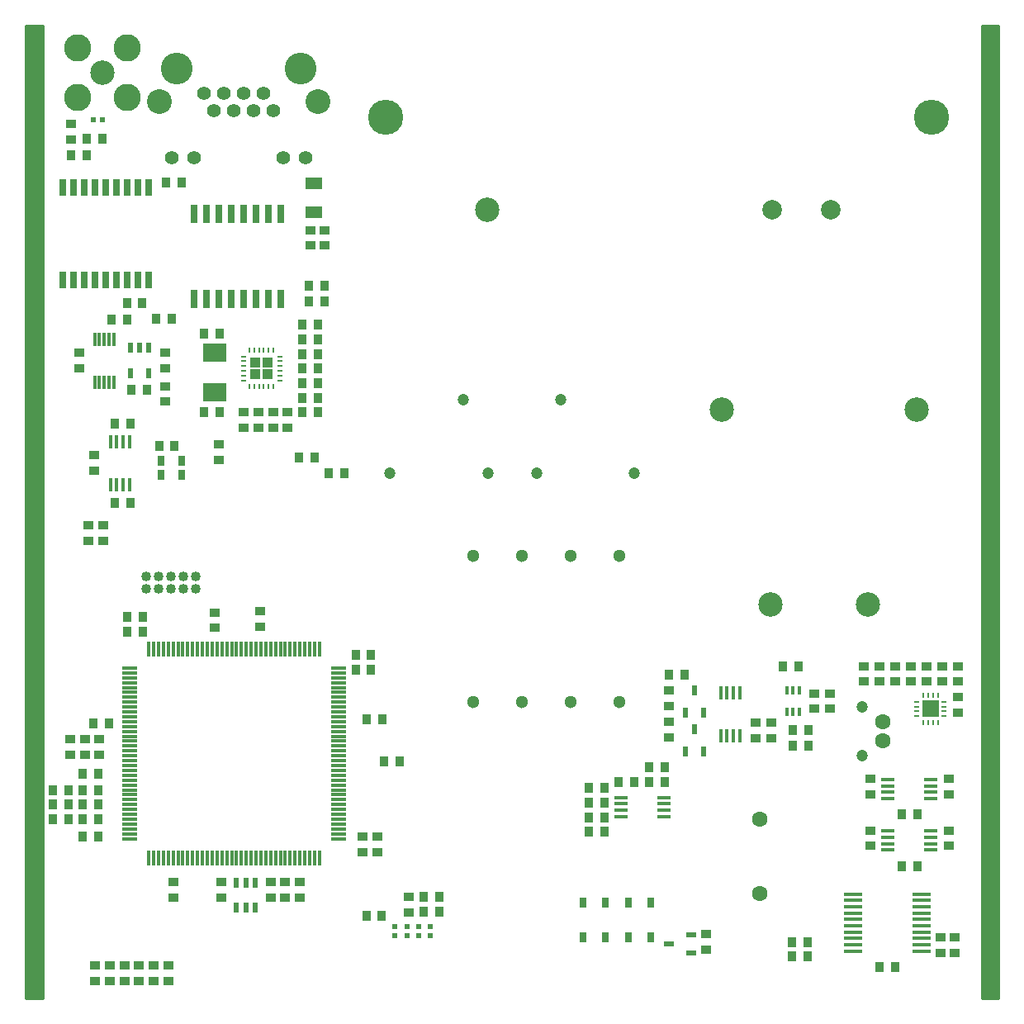
<source format=gts>
G04 #@! TF.FileFunction,Soldermask,Top*
%FSLAX46Y46*%
G04 Gerber Fmt 4.6, Leading zero omitted, Abs format (unit mm)*
G04 Created by KiCad (PCBNEW 201609280951+7255~55~ubuntu14.04.1-) date Mon Dec 19 07:10:35 2016*
%MOMM*%
%LPD*%
G01*
G04 APERTURE LIST*
%ADD10C,0.100000*%
%ADD11R,1.000000X0.950000*%
%ADD12R,0.300000X1.500000*%
%ADD13R,1.500000X0.300000*%
%ADD14C,3.600000*%
%ADD15C,2.500000*%
%ADD16C,2.000000*%
%ADD17R,0.950000X1.000000*%
%ADD18C,1.600000*%
%ADD19R,2.400000X1.900000*%
%ADD20R,1.800000X1.150000*%
%ADD21C,2.540000*%
%ADD22C,3.251200*%
%ADD23C,1.400000*%
%ADD24C,1.200000*%
%ADD25R,0.620000X0.620000*%
%ADD26R,0.640000X1.910000*%
%ADD27C,1.300000*%
%ADD28C,1.016000*%
%ADD29R,0.700000X1.800000*%
%ADD30R,0.300000X1.450000*%
%ADD31R,1.450000X0.450000*%
%ADD32R,0.450000X1.450000*%
%ADD33R,0.600000X0.250000*%
%ADD34R,0.250000X0.600000*%
%ADD35R,1.702000X1.702000*%
%ADD36R,0.230000X0.480000*%
%ADD37R,0.480000X0.230000*%
%ADD38R,1.002000X1.002000*%
%ADD39R,0.400000X0.950000*%
%ADD40C,2.800000*%
%ADD41R,0.800000X1.000000*%
%ADD42R,0.600000X1.000000*%
%ADD43R,1.000000X0.600000*%
%ADD44R,0.600000X1.100000*%
%ADD45R,1.850000X0.450000*%
%ADD46C,0.254000*%
G04 APERTURE END LIST*
D10*
D11*
X77000000Y-89800000D03*
X77000000Y-91400000D03*
D12*
X62750000Y-135450000D03*
X63250000Y-135450000D03*
X63750000Y-135450000D03*
X64250000Y-135450000D03*
X64750000Y-135450000D03*
X65250000Y-135450000D03*
X65750000Y-135450000D03*
X66250000Y-135450000D03*
X66750000Y-135450000D03*
X67250000Y-135450000D03*
X67750000Y-135450000D03*
X68250000Y-135450000D03*
X68750000Y-135450000D03*
X69250000Y-135450000D03*
X69750000Y-135450000D03*
X70250000Y-135450000D03*
X70750000Y-135450000D03*
X71250000Y-135450000D03*
X71750000Y-135450000D03*
X72250000Y-135450000D03*
X72750000Y-135450000D03*
X73250000Y-135450000D03*
X73750000Y-135450000D03*
X74250000Y-135450000D03*
X74750000Y-135450000D03*
X75250000Y-135450000D03*
X75750000Y-135450000D03*
X76250000Y-135450000D03*
X76750000Y-135450000D03*
X77250000Y-135450000D03*
X77750000Y-135450000D03*
X78250000Y-135450000D03*
X78750000Y-135450000D03*
X79250000Y-135450000D03*
X79750000Y-135450000D03*
X80250000Y-135450000D03*
D13*
X82200000Y-133500000D03*
X82200000Y-133000000D03*
X82200000Y-132500000D03*
X82200000Y-132000000D03*
X82200000Y-131500000D03*
X82200000Y-131000000D03*
X82200000Y-130500000D03*
X82200000Y-130000000D03*
X82200000Y-129500000D03*
X82200000Y-129000000D03*
X82200000Y-128500000D03*
X82200000Y-128000000D03*
X82200000Y-127500000D03*
X82200000Y-127000000D03*
X82200000Y-126500000D03*
X82200000Y-126000000D03*
X82200000Y-125500000D03*
X82200000Y-125000000D03*
X82200000Y-124500000D03*
X82200000Y-124000000D03*
X82200000Y-123500000D03*
X82200000Y-123000000D03*
X82200000Y-122500000D03*
X82200000Y-122000000D03*
X82200000Y-121500000D03*
X82200000Y-121000000D03*
X82200000Y-120500000D03*
X82200000Y-120000000D03*
X82200000Y-119500000D03*
X82200000Y-119000000D03*
X82200000Y-118500000D03*
X82200000Y-118000000D03*
X82200000Y-117500000D03*
X82200000Y-117000000D03*
X82200000Y-116500000D03*
X82200000Y-116000000D03*
D12*
X80250000Y-114050000D03*
X79750000Y-114050000D03*
X79250000Y-114050000D03*
X78750000Y-114050000D03*
X78250000Y-114050000D03*
X77750000Y-114050000D03*
X77250000Y-114050000D03*
X76750000Y-114050000D03*
X76250000Y-114050000D03*
X75750000Y-114050000D03*
X75250000Y-114050000D03*
X74750000Y-114050000D03*
X74250000Y-114050000D03*
X73750000Y-114050000D03*
X73250000Y-114050000D03*
X72750000Y-114050000D03*
X72250000Y-114050000D03*
X71750000Y-114050000D03*
X71250000Y-114050000D03*
X70750000Y-114050000D03*
X70250000Y-114050000D03*
X69750000Y-114050000D03*
X69250000Y-114050000D03*
X68750000Y-114050000D03*
X68250000Y-114050000D03*
X67750000Y-114050000D03*
X67250000Y-114050000D03*
X66750000Y-114050000D03*
X66250000Y-114050000D03*
X65750000Y-114050000D03*
X65250000Y-114050000D03*
X64750000Y-114050000D03*
X64250000Y-114050000D03*
X63750000Y-114050000D03*
X63250000Y-114050000D03*
X62750000Y-114050000D03*
D13*
X60800000Y-116000000D03*
X60800000Y-116500000D03*
X60800000Y-117000000D03*
X60800000Y-117500000D03*
X60800000Y-118000000D03*
X60800000Y-118500000D03*
X60800000Y-119000000D03*
X60800000Y-119500000D03*
X60800000Y-120000000D03*
X60800000Y-120500000D03*
X60800000Y-121000000D03*
X60800000Y-121500000D03*
X60800000Y-122000000D03*
X60800000Y-122500000D03*
X60800000Y-123000000D03*
X60800000Y-123500000D03*
X60800000Y-124000000D03*
X60800000Y-124500000D03*
X60800000Y-125000000D03*
X60800000Y-125500000D03*
X60800000Y-126000000D03*
X60800000Y-126500000D03*
X60800000Y-127000000D03*
X60800000Y-127500000D03*
X60800000Y-128000000D03*
X60800000Y-128500000D03*
X60800000Y-129000000D03*
X60800000Y-129500000D03*
X60800000Y-130000000D03*
X60800000Y-130500000D03*
X60800000Y-131000000D03*
X60800000Y-131500000D03*
X60800000Y-132000000D03*
X60800000Y-132500000D03*
X60800000Y-133000000D03*
X60800000Y-133500000D03*
D14*
X143000000Y-59500000D03*
X87000000Y-59500000D03*
D15*
X97450000Y-69050000D03*
D16*
X132650000Y-69050000D03*
X126650000Y-69050000D03*
D11*
X57700000Y-123300000D03*
X57700000Y-124900000D03*
X56200000Y-124900000D03*
X56200000Y-123300000D03*
X54700000Y-123300000D03*
X54700000Y-124900000D03*
D17*
X56000000Y-126850000D03*
X57600000Y-126850000D03*
D11*
X116100000Y-118300000D03*
X116100000Y-119900000D03*
X55600000Y-85250000D03*
X55600000Y-83650000D03*
D17*
X92500000Y-139500000D03*
X90900000Y-139500000D03*
D18*
X125400000Y-131500000D03*
X125400000Y-139100000D03*
D19*
X69550000Y-83650000D03*
X69550000Y-87750000D03*
D11*
X58100000Y-102950000D03*
X58100000Y-101350000D03*
X56600000Y-101350000D03*
X56600000Y-102950000D03*
D20*
X79700000Y-69300000D03*
X79700000Y-66300000D03*
D17*
X59250000Y-99050000D03*
X60850000Y-99050000D03*
D21*
X63872000Y-57929000D03*
X80128000Y-57929000D03*
D22*
X65650000Y-54500000D03*
X78350000Y-54500000D03*
D23*
X67428000Y-63644000D03*
X76572000Y-63644000D03*
X65142000Y-63644000D03*
X78858000Y-63644000D03*
X68444000Y-57040000D03*
X70476000Y-57040000D03*
X72508000Y-57040000D03*
X74540000Y-57040000D03*
X69460000Y-58818000D03*
X71492000Y-58818000D03*
X73524000Y-58818000D03*
X75556000Y-58818000D03*
D17*
X127800000Y-115800000D03*
X129400000Y-115800000D03*
D18*
X138000000Y-121500000D03*
X138000000Y-123500000D03*
D24*
X135900000Y-120000000D03*
X135900000Y-125000000D03*
D25*
X91600000Y-143400000D03*
X91600000Y-142500000D03*
X90400000Y-142500000D03*
X90400000Y-143400000D03*
X89200000Y-143400000D03*
X89200000Y-142500000D03*
X88000000Y-142500000D03*
X88000000Y-143400000D03*
X57100000Y-59800000D03*
X58000000Y-59800000D03*
D11*
X57250000Y-146500000D03*
X57250000Y-148100000D03*
D17*
X128800000Y-122350000D03*
X130400000Y-122350000D03*
D11*
X76750000Y-137950000D03*
X76750000Y-139550000D03*
X75250000Y-139550000D03*
X75250000Y-137950000D03*
X69500000Y-111900000D03*
X69500000Y-110300000D03*
X64750000Y-148100000D03*
X64750000Y-146500000D03*
X60250000Y-146500000D03*
X60250000Y-148100000D03*
X64400000Y-85300000D03*
X64400000Y-83700000D03*
D17*
X83950000Y-114650000D03*
X85550000Y-114650000D03*
D11*
X86200000Y-134850000D03*
X86200000Y-133250000D03*
D17*
X137650000Y-146700000D03*
X139250000Y-146700000D03*
X130400000Y-123950000D03*
X128800000Y-123950000D03*
X56400000Y-63400000D03*
X54800000Y-63400000D03*
X64500000Y-66200000D03*
X66100000Y-66200000D03*
D11*
X79300000Y-72700000D03*
X79300000Y-71100000D03*
X80800000Y-71100000D03*
X80800000Y-72700000D03*
X72500000Y-89800000D03*
X72500000Y-91400000D03*
X75500000Y-91400000D03*
X75500000Y-89800000D03*
D17*
X65100000Y-80200000D03*
X63500000Y-80200000D03*
D11*
X131000000Y-118600000D03*
X131000000Y-120200000D03*
D17*
X80100000Y-86800000D03*
X78500000Y-86800000D03*
X78500000Y-88300000D03*
X80100000Y-88300000D03*
X80100000Y-89800000D03*
X78500000Y-89800000D03*
X80800000Y-76800000D03*
X79200000Y-76800000D03*
X112550000Y-127700000D03*
X110950000Y-127700000D03*
X56000000Y-130000000D03*
X57600000Y-130000000D03*
X57600000Y-128500000D03*
X56000000Y-128500000D03*
D11*
X74200000Y-110150000D03*
X74200000Y-111750000D03*
D17*
X57600000Y-131500000D03*
X56000000Y-131500000D03*
D11*
X63250000Y-146500000D03*
X63250000Y-148100000D03*
X65250000Y-139550000D03*
X65250000Y-137950000D03*
D17*
X78500000Y-83800000D03*
X80100000Y-83800000D03*
X58000000Y-61700000D03*
X56400000Y-61700000D03*
X82800000Y-96000000D03*
X81200000Y-96000000D03*
D11*
X78250000Y-137950000D03*
X78250000Y-139550000D03*
D17*
X78500000Y-80800000D03*
X80100000Y-80800000D03*
D11*
X69900000Y-93100000D03*
X69900000Y-94700000D03*
D17*
X79750000Y-94450000D03*
X78150000Y-94450000D03*
D11*
X142500000Y-117400000D03*
X142500000Y-115800000D03*
X144100000Y-115800000D03*
X144100000Y-117400000D03*
X140900000Y-117400000D03*
X140900000Y-115800000D03*
X137700000Y-117400000D03*
X137700000Y-115800000D03*
X136100000Y-117400000D03*
X136100000Y-115800000D03*
X74000000Y-89800000D03*
X74000000Y-91400000D03*
D17*
X85050000Y-141400000D03*
X86650000Y-141400000D03*
X107850000Y-131300000D03*
X109450000Y-131300000D03*
X109450000Y-129800000D03*
X107850000Y-129800000D03*
D11*
X119900000Y-144900000D03*
X119900000Y-143300000D03*
D17*
X60550000Y-112300000D03*
X62150000Y-112300000D03*
X83950000Y-116150000D03*
X85550000Y-116150000D03*
X88450000Y-125600000D03*
X86850000Y-125600000D03*
D11*
X70150000Y-137950000D03*
X70150000Y-139550000D03*
D17*
X58650000Y-121650000D03*
X57050000Y-121650000D03*
X86700000Y-121250000D03*
X85100000Y-121250000D03*
X57600000Y-133250000D03*
X56000000Y-133250000D03*
X128700000Y-144100000D03*
X130300000Y-144100000D03*
D11*
X84700000Y-133250000D03*
X84700000Y-134850000D03*
X143900000Y-143600000D03*
X143900000Y-145200000D03*
X145400000Y-145200000D03*
X145400000Y-143600000D03*
D17*
X128700000Y-145600000D03*
X130300000Y-145600000D03*
X68450000Y-89750000D03*
X70050000Y-89750000D03*
X78500000Y-85300000D03*
X80100000Y-85300000D03*
D11*
X145700000Y-115800000D03*
X145700000Y-117400000D03*
D17*
X114050000Y-127700000D03*
X115650000Y-127700000D03*
D11*
X139300000Y-115800000D03*
X139300000Y-117400000D03*
X89400000Y-139500000D03*
X89400000Y-141100000D03*
D17*
X90900000Y-141000000D03*
X92500000Y-141000000D03*
X107850000Y-132800000D03*
X109450000Y-132800000D03*
X114050000Y-126200000D03*
X115650000Y-126200000D03*
X107850000Y-128300000D03*
X109450000Y-128300000D03*
D11*
X145700000Y-120600000D03*
X145700000Y-119000000D03*
X58750000Y-148100000D03*
X58750000Y-146500000D03*
D17*
X80100000Y-82300000D03*
X78500000Y-82300000D03*
D11*
X54800000Y-60200000D03*
X54800000Y-61800000D03*
D17*
X60500000Y-78600000D03*
X62100000Y-78600000D03*
X58900000Y-80300000D03*
X60500000Y-80300000D03*
X62600000Y-87450000D03*
X61000000Y-87450000D03*
D11*
X64400000Y-88700000D03*
X64400000Y-87100000D03*
D17*
X63800000Y-93250000D03*
X65400000Y-93250000D03*
X59250000Y-90950000D03*
X60850000Y-90950000D03*
D11*
X57150000Y-95800000D03*
X57150000Y-94200000D03*
D17*
X70050000Y-81700000D03*
X68450000Y-81700000D03*
D11*
X126600000Y-123200000D03*
X126600000Y-121600000D03*
X132600000Y-118600000D03*
X132600000Y-120200000D03*
X61750000Y-146500000D03*
X61750000Y-148100000D03*
X144800000Y-134250000D03*
X144800000Y-132650000D03*
D17*
X141550000Y-136350000D03*
X139950000Y-136350000D03*
D11*
X136700000Y-134250000D03*
X136700000Y-132650000D03*
D17*
X80800000Y-78400000D03*
X79200000Y-78400000D03*
D11*
X144800000Y-127350000D03*
X144800000Y-128950000D03*
D17*
X139950000Y-131000000D03*
X141550000Y-131000000D03*
D11*
X136700000Y-127350000D03*
X136700000Y-128950000D03*
D17*
X116100000Y-116700000D03*
X117700000Y-116700000D03*
D11*
X116100000Y-121500000D03*
X116100000Y-123100000D03*
D17*
X60550000Y-110800000D03*
X62150000Y-110800000D03*
D11*
X125000000Y-123200000D03*
X125000000Y-121600000D03*
D17*
X52900000Y-128500000D03*
X54500000Y-128500000D03*
X54500000Y-130000000D03*
X52900000Y-130000000D03*
X52900000Y-131500000D03*
X54500000Y-131500000D03*
D26*
X76245000Y-69415000D03*
X74975000Y-69415000D03*
X73705000Y-69415000D03*
X72435000Y-69415000D03*
X71165000Y-69415000D03*
X69895000Y-69415000D03*
X68625000Y-69415000D03*
X67355000Y-69415000D03*
X67355000Y-78185000D03*
X68625000Y-78185000D03*
X69895000Y-78185000D03*
X71165000Y-78185000D03*
X72435000Y-78185000D03*
X73705000Y-78185000D03*
X74975000Y-78185000D03*
X76245000Y-78185000D03*
D27*
X111000000Y-104500000D03*
X106000000Y-104500000D03*
X101000000Y-104500000D03*
X96000000Y-104500000D03*
X96000000Y-119500000D03*
X101000000Y-119500000D03*
X106000000Y-119500000D03*
X111000000Y-119500000D03*
D24*
X105000000Y-88500000D03*
X95000000Y-88500000D03*
X87500000Y-96000000D03*
X97500000Y-96000000D03*
X112500000Y-96000000D03*
X102500000Y-96000000D03*
D28*
X67590000Y-106615000D03*
X67590000Y-107885000D03*
X66320000Y-106615000D03*
X66320000Y-107885000D03*
X65050000Y-106615000D03*
X65050000Y-107885000D03*
X63780000Y-106615000D03*
X63780000Y-107885000D03*
X62510000Y-106615000D03*
X62510000Y-107885000D03*
D29*
X53900000Y-76250000D03*
X55000000Y-76250000D03*
X56100000Y-76250000D03*
X57200000Y-76250000D03*
X58300000Y-76250000D03*
X59400000Y-76250000D03*
X60500000Y-76250000D03*
X61600000Y-76250000D03*
X62700000Y-76250000D03*
X62700000Y-66750000D03*
X61600000Y-66750000D03*
X60500000Y-66750000D03*
X59400000Y-66750000D03*
X58300000Y-66750000D03*
X57200000Y-66750000D03*
X56100000Y-66750000D03*
X55000000Y-66750000D03*
X53900000Y-66750000D03*
D30*
X59200000Y-82300000D03*
X58700000Y-82300000D03*
X58200000Y-82300000D03*
X57700000Y-82300000D03*
X57200000Y-82300000D03*
X57200000Y-86700000D03*
X57700000Y-86700000D03*
X58200000Y-86700000D03*
X58700000Y-86700000D03*
X59200000Y-86700000D03*
D31*
X138550000Y-132725000D03*
X138550000Y-133375000D03*
X138550000Y-134025000D03*
X138550000Y-134675000D03*
X142950000Y-134675000D03*
X142950000Y-134025000D03*
X142950000Y-133375000D03*
X142950000Y-132725000D03*
X142950000Y-127425000D03*
X142950000Y-128075000D03*
X142950000Y-128725000D03*
X142950000Y-129375000D03*
X138550000Y-129375000D03*
X138550000Y-128725000D03*
X138550000Y-128075000D03*
X138550000Y-127425000D03*
D32*
X123325000Y-118550000D03*
X122675000Y-118550000D03*
X122025000Y-118550000D03*
X121375000Y-118550000D03*
X121375000Y-122950000D03*
X122025000Y-122950000D03*
X122675000Y-122950000D03*
X123325000Y-122950000D03*
X60775000Y-97200000D03*
X60125000Y-97200000D03*
X59475000Y-97200000D03*
X58825000Y-97200000D03*
X58825000Y-92800000D03*
X59475000Y-92800000D03*
X60125000Y-92800000D03*
X60775000Y-92800000D03*
D31*
X111200000Y-129275000D03*
X111200000Y-129925000D03*
X111200000Y-130575000D03*
X111200000Y-131225000D03*
X115600000Y-131225000D03*
X115600000Y-130575000D03*
X115600000Y-129925000D03*
X115600000Y-129275000D03*
D33*
X141500000Y-119450000D03*
X141500000Y-119950000D03*
X141500000Y-120450000D03*
X141500000Y-120950000D03*
D34*
X142150000Y-121600000D03*
X142650000Y-121600000D03*
X143150000Y-121600000D03*
X143650000Y-121600000D03*
D33*
X144300000Y-120950000D03*
X144300000Y-120450000D03*
X144300000Y-119950000D03*
X144300000Y-119450000D03*
D34*
X143650000Y-118800000D03*
X143150000Y-118800000D03*
X142650000Y-118800000D03*
X142150000Y-118800000D03*
D35*
X142900000Y-120200000D03*
D36*
X75550000Y-83440000D03*
X75050000Y-83440000D03*
X74550000Y-83440000D03*
X74050000Y-83440000D03*
X73550000Y-83440000D03*
X73050000Y-83440000D03*
D37*
X72440000Y-84050000D03*
X72440000Y-84550000D03*
X72440000Y-85050000D03*
X72440000Y-85550000D03*
X72440000Y-86050000D03*
X72440000Y-86550000D03*
D36*
X73050000Y-87160000D03*
X73550000Y-87160000D03*
X74050000Y-87160000D03*
X74550000Y-87160000D03*
X75050000Y-87160000D03*
X75550000Y-87160000D03*
D37*
X76160000Y-86550000D03*
X76160000Y-86050000D03*
X76160000Y-85550000D03*
X76160000Y-85050000D03*
X76160000Y-84550000D03*
X76160000Y-84050000D03*
D38*
X74900000Y-84700000D03*
X73700000Y-84700000D03*
X74900000Y-85900000D03*
X73700000Y-85900000D03*
D39*
X129450000Y-118300000D03*
X128800000Y-118300000D03*
X128150000Y-118300000D03*
X128150000Y-120500000D03*
X128800000Y-120500000D03*
X129450000Y-120500000D03*
D15*
X58000000Y-55000000D03*
D40*
X60540000Y-57540000D03*
X60540000Y-52460000D03*
X55460000Y-57540000D03*
X55460000Y-52460000D03*
D41*
X111900000Y-143650000D03*
X111900000Y-140050000D03*
X107300000Y-140050000D03*
X107300000Y-143650000D03*
X109600000Y-143650000D03*
X109600000Y-140050000D03*
X114200000Y-140050000D03*
X114200000Y-143650000D03*
D42*
X117750000Y-124550000D03*
X119650000Y-124550000D03*
X118700000Y-122250000D03*
X118700000Y-118300000D03*
X119650000Y-120600000D03*
X117750000Y-120600000D03*
D43*
X118400000Y-145250000D03*
X118400000Y-143350000D03*
X116100000Y-144300000D03*
D44*
X62750000Y-83200000D03*
X61800000Y-83200000D03*
X60850000Y-83200000D03*
X60850000Y-85800000D03*
X62750000Y-85800000D03*
X71750000Y-140600000D03*
X72700000Y-140600000D03*
X73650000Y-140600000D03*
X73650000Y-138000000D03*
X72700000Y-138000000D03*
X71750000Y-138000000D03*
D45*
X141950000Y-145025000D03*
X141950000Y-144375000D03*
X141950000Y-143725000D03*
X141950000Y-143075000D03*
X141950000Y-142425000D03*
X141950000Y-141775000D03*
X141950000Y-141125000D03*
X141950000Y-140475000D03*
X141950000Y-139825000D03*
X141950000Y-139175000D03*
X134950000Y-139175000D03*
X134950000Y-139825000D03*
X134950000Y-140475000D03*
X134950000Y-141125000D03*
X134950000Y-141775000D03*
X134950000Y-142425000D03*
X134950000Y-143075000D03*
X134950000Y-143725000D03*
X134950000Y-144375000D03*
X134950000Y-145025000D03*
D41*
X64050000Y-96200000D03*
X64050000Y-94800000D03*
X66150000Y-96200000D03*
X66150000Y-94800000D03*
D15*
X121500000Y-89500000D03*
X141500000Y-89500000D03*
X136500000Y-109500000D03*
X126500000Y-109500000D03*
D46*
G36*
X149873000Y-149873000D02*
X148127000Y-149873000D01*
X148127000Y-50127000D01*
X149873000Y-50127000D01*
X149873000Y-149873000D01*
X149873000Y-149873000D01*
G37*
X149873000Y-149873000D02*
X148127000Y-149873000D01*
X148127000Y-50127000D01*
X149873000Y-50127000D01*
X149873000Y-149873000D01*
G36*
X51873000Y-149873000D02*
X50127000Y-149873000D01*
X50127000Y-50127000D01*
X51873000Y-50127000D01*
X51873000Y-149873000D01*
X51873000Y-149873000D01*
G37*
X51873000Y-149873000D02*
X50127000Y-149873000D01*
X50127000Y-50127000D01*
X51873000Y-50127000D01*
X51873000Y-149873000D01*
M02*

</source>
